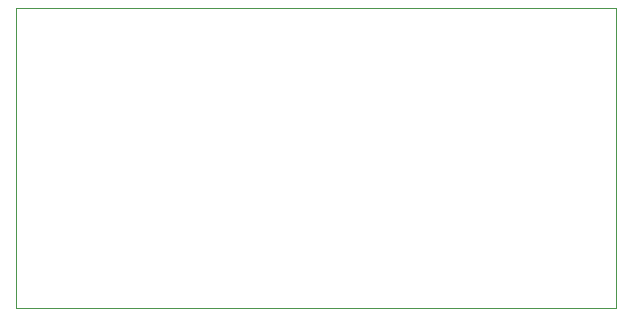
<source format=gbr>
%TF.GenerationSoftware,KiCad,Pcbnew,6.0.11+dfsg-1*%
%TF.CreationDate,2024-09-19T13:16:05+04:00*%
%TF.ProjectId,bat,6261742e-6b69-4636-9164-5f7063625858,rev?*%
%TF.SameCoordinates,PX60e4b00PY48ab840*%
%TF.FileFunction,Profile,NP*%
%FSLAX46Y46*%
G04 Gerber Fmt 4.6, Leading zero omitted, Abs format (unit mm)*
G04 Created by KiCad (PCBNEW 6.0.11+dfsg-1) date 2024-09-19 13:16:05*
%MOMM*%
%LPD*%
G01*
G04 APERTURE LIST*
%TA.AperFunction,Profile*%
%ADD10C,0.100000*%
%TD*%
G04 APERTURE END LIST*
D10*
X0Y0D02*
X50800000Y0D01*
X50800000Y0D02*
X50800000Y-25400000D01*
X50800000Y-25400000D02*
X0Y-25400000D01*
X0Y-25400000D02*
X0Y0D01*
M02*

</source>
